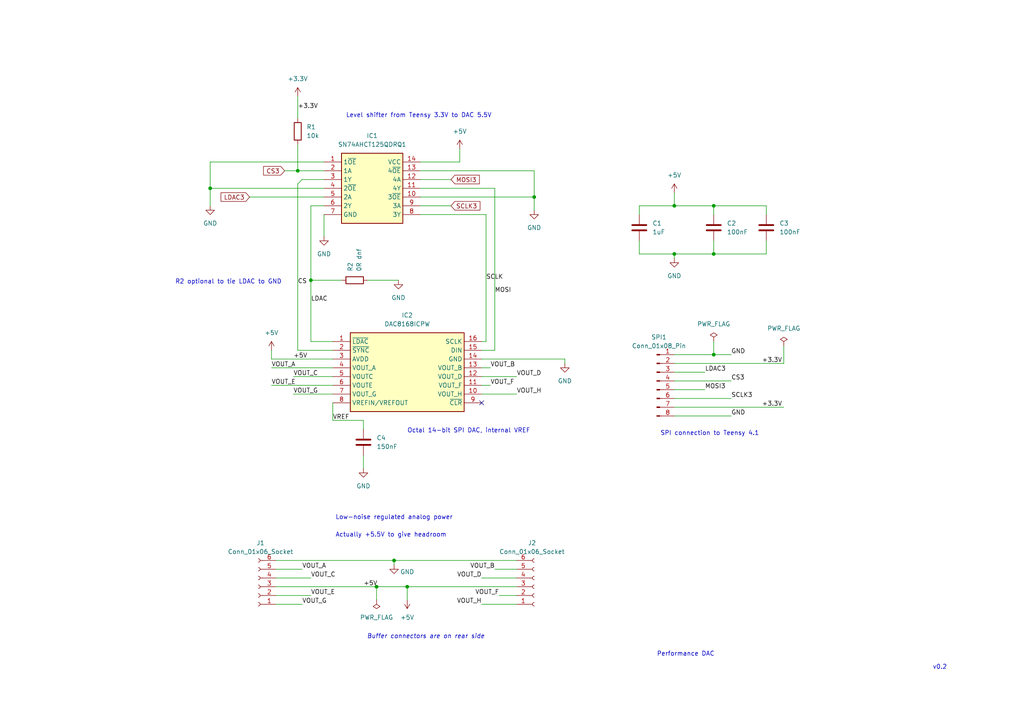
<source format=kicad_sch>
(kicad_sch (version 20231120) (generator "eeschema") (generator_version "8.0")
  (paper "A4")
  (lib_symbols
    (symbol "Connector:Conn_01x06_Socket" (pin_names (offset 1.016) hide)
      (property "Reference" "J" (at 0 7.62 0))
      (property "Value" "Conn_01x06_Socket" (at 0 -10.16 0))
      (symbol "Conn_01x06_Socket_1_1"
        (arc (start 0 -7.112) (mid -0.5058 -7.62) (end 0 -8.128) (stroke (width 0.1524)))
        (arc (start 0 -4.572) (mid -0.5058 -5.08) (end 0 -5.588) (stroke (width 0.1524)))
        (arc (start 0 -2.032) (mid -0.5058 -2.54) (end 0 -3.048) (stroke (width 0.1524)))
        (polyline (pts (xy -1.27 -7.62) (xy -0.508 -7.62)) (stroke (width 0.1524)))
        (polyline (pts (xy -1.27 -5.08) (xy -0.508 -5.08)) (stroke (width 0.1524)))
        (polyline (pts (xy -1.27 -2.54) (xy -0.508 -2.54)) (stroke (width 0.1524)))
        (polyline (pts (xy -1.27 0) (xy -0.508 0)) (stroke (width 0.1524)))
        (polyline (pts (xy -1.27 2.54) (xy -0.508 2.54)) (stroke (width 0.1524)))
        (polyline (pts (xy -1.27 5.08) (xy -0.508 5.08)) (stroke (width 0.1524)))
        (arc (start 0 0.508) (mid -0.5058 0) (end 0 -0.508) (stroke (width 0.1524)))
        (arc (start 0 3.048) (mid -0.5058 2.54) (end 0 2.032) (stroke (width 0.1524)))
        (arc (start 0 5.588) (mid -0.5058 5.08) (end 0 4.572) (stroke (width 0.1524)))
        (pin passive line (at -5.08 5.08 0) (length 3.81) (name "Pin_1") (number "1"))
        (pin passive line (at -5.08 2.54 0) (length 3.81) (name "Pin_2") (number "2"))
        (pin passive line (at -5.08 0 0) (length 3.81) (name "Pin_3") (number "3"))
        (pin passive line (at -5.08 -2.54 0) (length 3.81) (name "Pin_4") (number "4"))
        (pin passive line (at -5.08 -5.08 0) (length 3.81) (name "Pin_5") (number "5"))
        (pin passive line (at -5.08 -7.62 0) (length 3.81) (name "Pin_6") (number "6"))
      )
    )
    (symbol "Connector:Conn_01x08_Pin" (pin_names (offset 1.016) hide)
      (property "Reference" "J" (at 0 10.16 0))
      (property "Value" "Conn_01x08_Pin" (at 0 -12.7 0))
      (symbol "Conn_01x08_Pin_1_1"
        (polyline (pts (xy 1.27 -10.16) (xy 0.8636 -10.16)) (stroke (width 0.1524)))
        (polyline (pts (xy 1.27 -7.62) (xy 0.8636 -7.62)) (stroke (width 0.1524)))
        (polyline (pts (xy 1.27 -5.08) (xy 0.8636 -5.08)) (stroke (width 0.1524)))
        (polyline (pts (xy 1.27 -2.54) (xy 0.8636 -2.54)) (stroke (width 0.1524)))
        (polyline (pts (xy 1.27 0) (xy 0.8636 0)) (stroke (width 0.1524)))
        (polyline (pts (xy 1.27 2.54) (xy 0.8636 2.54)) (stroke (width 0.1524)))
        (polyline (pts (xy 1.27 5.08) (xy 0.8636 5.08)) (stroke (width 0.1524)))
        (polyline (pts (xy 1.27 7.62) (xy 0.8636 7.62)) (stroke (width 0.1524)))
        (rectangle (start 0.8636 -10.033) (end 0 -10.287) (stroke (width 0.1524)) (fill (type outline)))
        (rectangle (start 0.8636 -7.493) (end 0 -7.747) (stroke (width 0.1524)) (fill (type outline)))
        (rectangle (start 0.8636 -4.953) (end 0 -5.207) (stroke (width 0.1524)) (fill (type outline)))
        (rectangle (start 0.8636 -2.413) (end 0 -2.667) (stroke (width 0.1524)) (fill (type outline)))
        (rectangle (start 0.8636 0.127) (end 0 -0.127) (stroke (width 0.1524)) (fill (type outline)))
        (rectangle (start 0.8636 2.667) (end 0 2.413) (stroke (width 0.1524)) (fill (type outline)))
        (rectangle (start 0.8636 5.207) (end 0 4.953) (stroke (width 0.1524)) (fill (type outline)))
        (rectangle (start 0.8636 7.747) (end 0 7.493) (stroke (width 0.1524)) (fill (type outline)))
        (pin passive line (at 5.08 7.62 180) (length 3.81) (name "Pin_1") (number "1"))
        (pin passive line (at 5.08 5.08 180) (length 3.81) (name "Pin_2") (number "2"))
        (pin passive line (at 5.08 2.54 180) (length 3.81) (name "Pin_3") (number "3"))
        (pin passive line (at 5.08 0 180) (length 3.81) (name "Pin_4") (number "4"))
        (pin passive line (at 5.08 -2.54 180) (length 3.81) (name "Pin_5") (number "5"))
        (pin passive line (at 5.08 -5.08 180) (length 3.81) (name "Pin_6") (number "6"))
        (pin passive line (at 5.08 -7.62 180) (length 3.81) (name "Pin_7") (number "7"))
        (pin passive line (at 5.08 -10.16 180) (length 3.81) (name "Pin_8") (number "8"))
      )
    )
    (symbol "Device:C" (pin_numbers hide) (pin_names (offset 0.254))
      (property "Reference" "C" (at 0.635 2.54 0))
      (property "Value" "C" (at 0.635 -2.54 0))
      (symbol "C_0_1"
        (polyline (pts (xy -2.032 -0.762) (xy 2.032 -0.762)) (stroke (width 0.508)))
        (polyline (pts (xy -2.032 0.762) (xy 2.032 0.762)) (stroke (width 0.508)))
      )
      (symbol "C_1_1"
        (pin passive line (at 0 3.81 270) (length 2.794) (name "~") (number "1"))
        (pin passive line (at 0 -3.81 90) (length 2.794) (name "~") (number "2"))
      )
    )
    (symbol "Device:R" (pin_numbers hide) (pin_names (offset 0))
      (property "Reference" "R" (at 2.032 0 90))
      (property "Value" "R" (at 0 0 90))
      (symbol "R_0_1"
        (rectangle (start -1.016 -2.54) (end 1.016 2.54) (stroke (width 0.254)))
      )
      (symbol "R_1_1"
        (pin passive line (at 0 3.81 270) (length 1.27) (name "~") (number "1"))
        (pin passive line (at 0 -3.81 90) (length 1.27) (name "~") (number "2"))
      )
    )
    (symbol "SamacSys_Parts:DAC8168ICPW"
      (property "Reference" "IC" (at 39.37 7.62 0))
      (property "Value" "DAC8168ICPW" (at 39.37 5.08 0))
      (symbol "DAC8168ICPW_1_1"
        (rectangle (start 5.08 2.54) (end 38.1 -20.32) (stroke (width 0.254)) (fill (type background)))
        (pin passive line (at 0 0 0) (length 5.08) (name "~{LDAC}") (number "1"))
        (pin passive line (at 43.18 -15.24 180) (length 5.08) (name "VOUT_H") (number "10"))
        (pin passive line (at 43.18 -12.7 180) (length 5.08) (name "VOUT_F") (number "11"))
        (pin passive line (at 43.18 -10.16 180) (length 5.08) (name "VOUT_D") (number "12"))
        (pin passive line (at 43.18 -7.62 180) (length 5.08) (name "VOUT_B") (number "13"))
        (pin passive line (at 43.18 -5.08 180) (length 5.08) (name "GND") (number "14"))
        (pin passive line (at 43.18 -2.54 180) (length 5.08) (name "DIN") (number "15"))
        (pin passive line (at 43.18 0 180) (length 5.08) (name "SCLK") (number "16"))
        (pin passive line (at 0 -2.54 0) (length 5.08) (name "~{SYNC}") (number "2"))
        (pin passive line (at 0 -5.08 0) (length 5.08) (name "AVDD") (number "3"))
        (pin passive line (at 0 -7.62 0) (length 5.08) (name "VOUT_A") (number "4"))
        (pin passive line (at 0 -10.16 0) (length 5.08) (name "VOUTC") (number "5"))
        (pin passive line (at 0 -12.7 0) (length 5.08) (name "VOUTE") (number "6"))
        (pin passive line (at 0 -15.24 0) (length 5.08) (name "VOUT_G") (number "7"))
        (pin passive line (at 0 -17.78 0) (length 5.08) (name "VREFIN/VREFOUT") (number "8"))
        (pin passive line (at 43.18 -17.78 180) (length 5.08) (name "~{CLR}") (number "9"))
      )
    )
    (symbol "SamacSys_Parts:SN74AHCT125QDRQ1"
      (property "Reference" "IC" (at 24.13 7.62 0))
      (property "Value" "SN74AHCT125QDRQ1" (at 24.13 5.08 0))
      (symbol "SN74AHCT125QDRQ1_1_1"
        (rectangle (start 5.08 2.54) (end 22.86 -17.78) (stroke (width 0.254)) (fill (type background)))
        (pin passive line (at 0 0 0) (length 5.08) (name "1~{OE}") (number "1"))
        (pin passive line (at 27.94 -10.16 180) (length 5.08) (name "3~{OE}") (number "10"))
        (pin passive line (at 27.94 -7.62 180) (length 5.08) (name "4Y") (number "11"))
        (pin passive line (at 27.94 -5.08 180) (length 5.08) (name "4A") (number "12"))
        (pin passive line (at 27.94 -2.54 180) (length 5.08) (name "4~{OE}") (number "13"))
        (pin passive line (at 27.94 0 180) (length 5.08) (name "VCC") (number "14"))
        (pin passive line (at 0 -2.54 0) (length 5.08) (name "1A") (number "2"))
        (pin passive line (at 0 -5.08 0) (length 5.08) (name "1Y") (number "3"))
        (pin passive line (at 0 -7.62 0) (length 5.08) (name "2~{OE}") (number "4"))
        (pin passive line (at 0 -10.16 0) (length 5.08) (name "2A") (number "5"))
        (pin passive line (at 0 -12.7 0) (length 5.08) (name "2Y") (number "6"))
        (pin passive line (at 0 -15.24 0) (length 5.08) (name "GND") (number "7"))
        (pin passive line (at 27.94 -15.24 180) (length 5.08) (name "3Y") (number "8"))
        (pin passive line (at 27.94 -12.7 180) (length 5.08) (name "3A") (number "9"))
      )
    )
    (symbol "power:+3.3V" (power) (pin_names (offset 0))
      (property "Value" "+3.3V" (at 0 3.556 0))
      (symbol "+3.3V_0_1"
        (polyline (pts (xy -0.762 1.27) (xy 0 2.54)))
        (polyline (pts (xy 0 0) (xy 0 2.54)))
        (polyline (pts (xy 0 2.54) (xy 0.762 1.27)))
      )
      (symbol "+3.3V_1_1"
        (pin power_in line (at 0 0 90) (length 0) hide (name "+3.3V") (number "1"))
      )
    )
    (symbol "power:+5V" (power) (pin_names (offset 0))
      (property "Value" "+5V" (at 0 3.556 0))
      (symbol "+5V_0_1"
        (polyline (pts (xy -0.762 1.27) (xy 0 2.54)))
        (polyline (pts (xy 0 0) (xy 0 2.54)))
        (polyline (pts (xy 0 2.54) (xy 0.762 1.27)))
      )
      (symbol "+5V_1_1"
        (pin power_in line (at 0 0 90) (length 0) hide (name "+5V") (number "1"))
      )
    )
    (symbol "power:GND" (power) (pin_names (offset 0))
      (property "Value" "GND" (at 0 -3.81 0))
      (symbol "GND_0_1"
        (polyline (pts (xy 0 0) (xy 0 -1.27) (xy 1.27 -1.27) (xy 0 -2.54) (xy -1.27 -1.27) (xy 0 -1.27)))
      )
      (symbol "GND_1_1"
        (pin power_in line (at 0 0 270) (length 0) hide (name "GND") (number "1"))
      )
    )
    (symbol "power:PWR_FLAG" (power) (pin_numbers hide) (pin_names (offset 0) hide)
      (property "Value" "PWR_FLAG" (at 0 3.81 0))
      (symbol "PWR_FLAG_0_0"
        (pin power_out line (at 0 0 90) (length 0) (name "pwr") (number "1"))
      )
      (symbol "PWR_FLAG_0_1"
        (polyline (pts (xy 0 0) (xy 0 1.27) (xy -1.016 1.905) (xy 0 2.54) (xy 1.016 1.905) (xy 0 1.27)))
      )
    )
  )
  (junction (at 60.96 54.61))
  (junction (at 90.17 81.28))
  (junction (at 109.22 170.18))
  (junction (at 195.58 73.66))
  (junction (at 195.58 59.69))
  (junction (at 114.3 162.56))
  (junction (at 207.01 73.66))
  (junction (at 86.36 49.53))
  (junction (at 154.94 57.15))
  (junction (at 207.01 59.69))
  (junction (at 207.01 102.87))
  (junction (at 118.11 170.18))
  (no_connect (at 139.7 116.84))
  (wire (pts (xy 195.58 107.95) (xy 204.47 107.95)))
  (wire (pts (xy 86.36 101.6) (xy 96.52 101.6)))
  (wire (pts (xy 86.36 101.6) (xy 86.36 53.34)))
  (wire (pts (xy 90.17 81.28) (xy 90.17 99.06)))
  (wire (pts (xy 139.7 104.14) (xy 163.83 104.14)))
  (wire (pts (xy 195.58 73.66) (xy 207.01 73.66)))
  (wire (pts (xy 86.36 53.34) (xy 87.63 52.07)))
  (wire (pts (xy 106.68 81.28) (xy 115.57 81.28)))
  (wire (pts (xy 207.01 69.85) (xy 207.01 73.66)))
  (wire (pts (xy 207.01 99.06) (xy 207.01 102.87)))
  (wire (pts (xy 139.7 101.6) (xy 143.51 101.6)))
  (wire (pts (xy 85.09 109.22) (xy 96.52 109.22)))
  (wire (pts (xy 139.7 167.64) (xy 149.86 167.64)))
  (wire (pts (xy 93.98 62.23) (xy 93.98 68.58)))
  (wire (pts (xy 78.74 101.6) (xy 78.74 104.14)))
  (wire (pts (xy 195.58 115.57) (xy 212.09 115.57)))
  (wire (pts (xy 121.92 49.53) (xy 154.94 49.53)))
  (wire (pts (xy 60.96 54.61) (xy 93.98 54.61)))
  (wire (pts (xy 90.17 172.72) (xy 80.01 172.72)))
  (wire (pts (xy 195.58 73.66) (xy 195.58 74.93)))
  (wire (pts (xy 82.55 49.53) (xy 86.36 49.53)))
  (wire (pts (xy 139.7 106.68) (xy 142.24 106.68)))
  (wire (pts (xy 185.42 73.66) (xy 195.58 73.66)))
  (wire (pts (xy 222.25 69.85) (xy 222.25 73.66)))
  (wire (pts (xy 222.25 59.69) (xy 222.25 62.23)))
  (wire (pts (xy 96.52 121.92) (xy 105.41 121.92)))
  (wire (pts (xy 105.41 132.08) (xy 105.41 135.89)))
  (wire (pts (xy 195.58 105.41) (xy 227.33 105.41)))
  (wire (pts (xy 87.63 52.07) (xy 93.98 52.07)))
  (wire (pts (xy 185.42 59.69) (xy 195.58 59.69)))
  (wire (pts (xy 195.58 118.11) (xy 227.33 118.11)))
  (wire (pts (xy 121.92 62.23) (xy 140.97 62.23)))
  (wire (pts (xy 133.35 43.18) (xy 133.35 46.99)))
  (wire (pts (xy 195.58 59.69) (xy 207.01 59.69)))
  (wire (pts (xy 78.74 111.76) (xy 96.52 111.76)))
  (wire (pts (xy 78.74 104.14) (xy 96.52 104.14)))
  (wire (pts (xy 60.96 54.61) (xy 60.96 59.69)))
  (wire (pts (xy 143.51 54.61) (xy 143.51 101.6)))
  (wire (pts (xy 87.63 165.1) (xy 80.01 165.1)))
  (wire (pts (xy 90.17 99.06) (xy 96.52 99.06)))
  (wire (pts (xy 114.3 162.56) (xy 149.86 162.56)))
  (wire (pts (xy 143.51 165.1) (xy 149.86 165.1)))
  (wire (pts (xy 139.7 175.26) (xy 149.86 175.26)))
  (wire (pts (xy 195.58 120.65) (xy 212.09 120.65)))
  (wire (pts (xy 118.11 173.99) (xy 118.11 170.18)))
  (wire (pts (xy 121.92 54.61) (xy 143.51 54.61)))
  (wire (pts (xy 109.22 173.99) (xy 109.22 170.18)))
  (wire (pts (xy 118.11 170.18) (xy 149.86 170.18)))
  (wire (pts (xy 207.01 59.69) (xy 207.01 62.23)))
  (wire (pts (xy 195.58 102.87) (xy 207.01 102.87)))
  (wire (pts (xy 139.7 114.3) (xy 149.86 114.3)))
  (wire (pts (xy 154.94 49.53) (xy 154.94 57.15)))
  (wire (pts (xy 121.92 46.99) (xy 133.35 46.99)))
  (wire (pts (xy 105.41 121.92) (xy 105.41 124.46)))
  (wire (pts (xy 90.17 59.69) (xy 93.98 59.69)))
  (wire (pts (xy 185.42 59.69) (xy 185.42 62.23)))
  (wire (pts (xy 140.97 62.23) (xy 140.97 99.06)))
  (wire (pts (xy 86.36 27.94) (xy 86.36 34.29)))
  (wire (pts (xy 163.83 104.14) (xy 163.83 105.41)))
  (wire (pts (xy 144.78 172.72) (xy 149.86 172.72)))
  (wire (pts (xy 90.17 59.69) (xy 90.17 81.28)))
  (wire (pts (xy 195.58 110.49) (xy 212.09 110.49)))
  (wire (pts (xy 154.94 57.15) (xy 154.94 60.96)))
  (wire (pts (xy 207.01 102.87) (xy 212.09 102.87)))
  (wire (pts (xy 60.96 46.99) (xy 60.96 54.61)))
  (wire (pts (xy 90.17 81.28) (xy 99.06 81.28)))
  (wire (pts (xy 96.52 116.84) (xy 96.52 121.92)))
  (wire (pts (xy 87.63 175.26) (xy 80.01 175.26)))
  (wire (pts (xy 114.3 162.56) (xy 114.3 163.83)))
  (wire (pts (xy 207.01 59.69) (xy 222.25 59.69)))
  (wire (pts (xy 195.58 113.03) (xy 204.47 113.03)))
  (wire (pts (xy 78.74 106.68) (xy 96.52 106.68)))
  (wire (pts (xy 109.22 170.18) (xy 118.11 170.18)))
  (wire (pts (xy 121.92 57.15) (xy 154.94 57.15)))
  (wire (pts (xy 80.01 170.18) (xy 109.22 170.18)))
  (wire (pts (xy 80.01 162.56) (xy 114.3 162.56)))
  (wire (pts (xy 72.39 57.15) (xy 93.98 57.15)))
  (wire (pts (xy 195.58 55.88) (xy 195.58 59.69)))
  (wire (pts (xy 139.7 111.76) (xy 142.24 111.76)))
  (wire (pts (xy 139.7 109.22) (xy 149.86 109.22)))
  (wire (pts (xy 185.42 69.85) (xy 185.42 73.66)))
  (wire (pts (xy 90.17 167.64) (xy 80.01 167.64)))
  (wire (pts (xy 207.01 73.66) (xy 222.25 73.66)))
  (wire (pts (xy 60.96 46.99) (xy 93.98 46.99)))
  (wire (pts (xy 86.36 49.53) (xy 93.98 49.53)))
  (wire (pts (xy 121.92 52.07) (xy 130.81 52.07)))
  (wire (pts (xy 227.33 100.33) (xy 227.33 105.41)))
  (wire (pts (xy 85.09 114.3) (xy 96.52 114.3)))
  (wire (pts (xy 121.92 59.69) (xy 130.81 59.69)))
  (wire (pts (xy 86.36 41.91) (xy 86.36 49.53)))
  (wire (pts (xy 139.7 99.06) (xy 140.97 99.06)))
  (text "v0.2" (at 270.51 194.31 0) (effects (font (size 1.27 1.27)) (justify left bottom)))
  (text "Buffer connectors are on rear side" (at 106.426 185.42 0) (effects (font (size 1.27 1.27) (italic yes)) (justify left bottom)))
  (text "Octal 14-bit SPI DAC, internal VREF" (at 118.11 125.73 0) (effects (font (size 1.27 1.27)) (justify left bottom)))
  (text "Performance DAC" (at 190.5 190.5 0) (effects (font (size 1.27 1.27)) (justify left bottom)))
  (text "Actually +5.5V to give headroom" (at 97.282 155.956 0) (effects (font (size 1.27 1.27)) (justify left bottom)))
  (text "Level shifter from Teensy 3.3V to DAC 5.5V" (at 100.33 34.29 0) (effects (font (size 1.27 1.27)) (justify left bottom)))
  (text "R2 optional to tie LDAC to GND" (at 50.8 82.55 0) (effects (font (size 1.27 1.27)) (justify left bottom)))
  (text "SPI connection to Teensy 4.1" (at 191.516 126.492 0) (effects (font (size 1.27 1.27)) (justify left bottom)))
  (text "Low-noise regulated analog power" (at 97.282 150.876 0) (effects (font (size 1.27 1.27)) (justify left bottom)))
  (label "VOUT_G" (at 85.09 114.3 0))
  (label "VOUT_C" (at 90.17 167.64 0))
  (label "MOSI3" (at 204.47 113.03 0))
  (label "MOSI" (at 143.51 85.09 0))
  (label "VOUT_H" (at 149.86 114.3 0))
  (label "VOUT_B" (at 143.51 165.1 180))
  (label "CS3" (at 212.09 110.49 0))
  (label "VOUT_G" (at 87.63 175.26 0))
  (label "GND" (at 212.09 120.65 0))
  (label "LDAC" (at 90.17 87.63 0))
  (label "VOUT_E" (at 90.17 172.72 0))
  (label "SCLK" (at 140.97 81.28 0))
  (label "CS" (at 86.36 82.55 0))
  (label "+3.3V" (at 86.36 31.75 0))
  (label "VOUT_A" (at 87.63 165.1 0))
  (label "VOUT_C" (at 85.09 109.22 0))
  (label "+3.3V" (at 220.98 118.11 0))
  (label "VOUT_D" (at 149.86 109.22 0))
  (label "VOUT_A" (at 78.74 106.68 0))
  (label "VOUT_F" (at 142.24 111.76 0))
  (label "VREF" (at 96.52 121.92 0))
  (label "VOUT_E" (at 78.74 111.76 0))
  (label "VOUT_F" (at 144.78 172.72 180))
  (label "+5V" (at 105.41 170.18 0))
  (label "VOUT_B" (at 142.24 106.68 0))
  (label "VOUT_H" (at 139.7 175.26 180))
  (label "LDAC3" (at 204.47 107.95 0))
  (label "+5V" (at 85.09 104.14 0))
  (label "+3.3V" (at 220.98 105.41 0))
  (label "GND" (at 212.09 102.87 0))
  (label "SCLK3" (at 212.09 115.57 0))
  (label "VOUT_D" (at 139.7 167.64 180))
  (global_label "CS3" (shape input) (at 82.55 49.53 180) (property "Intersheetrefs" "${INTERSHEET_REFS}" (effects (hide yes))))
  (global_label "SCLK3" (shape input) (at 130.81 59.69 0) (property "Intersheetrefs" "${INTERSHEET_REFS}" (effects (hide yes))))
  (global_label "LDAC3" (shape input) (at 72.39 57.15 180) (property "Intersheetrefs" "${INTERSHEET_REFS}" (effects (hide yes))))
  (global_label "MOSI3" (shape input) (at 130.81 52.07 0) (property "Intersheetrefs" "${INTERSHEET_REFS}" (effects (hide yes))))
  (symbol (lib_id "power:+5V") (at 78.74 101.6 0) (unit 1)
    (property "Reference" "#PWR06" (effects (hide yes)))
    (property "Value" "+5V" (at 78.74 96.52 0))
  )
  (symbol (lib_id "power:GND") (at 105.41 135.89 0) (unit 1)
    (property "Reference" "#PWR011" (effects (hide yes)))
    (property "Value" "GND" (at 105.41 140.97 0))
  )
  (symbol (lib_id "power:+5V") (at 133.35 43.18 0) (unit 1)
    (property "Reference" "#PWR07" (effects (hide yes)))
    (property "Value" "+5V" (at 133.35 38.1 0))
  )
  (symbol (lib_id "power:+3.3V") (at 86.36 27.94 0) (unit 1)
    (property "Reference" "#PWR08" (effects (hide yes)))
    (property "Value" "+3.3V" (at 86.36 22.86 0))
  )
  (symbol (lib_id "power:+5V") (at 195.58 55.88 0) (unit 1)
    (property "Reference" "#PWR01" (effects (hide yes)))
    (property "Value" "+5V" (at 195.58 50.8 0))
  )
  (symbol (lib_id "power:GND") (at 163.83 105.41 0) (unit 1)
    (property "Reference" "#PWR05" (effects (hide yes)))
    (property "Value" "GND" (at 163.83 110.49 0))
  )
  (symbol (lib_id "power:GND") (at 60.96 59.69 0) (unit 1)
    (property "Reference" "#PWR03" (effects (hide yes)))
    (property "Value" "GND" (at 60.96 64.77 0))
  )
  (symbol (lib_id "Device:C") (at 105.41 128.27 0) (unit 1)
    (property "Reference" "C4" (at 109.22 127 0) (effects (justify left)))
    (property "Value" "150nF" (at 109.22 129.54 0) (effects (justify left)))
    (property "Footprint" "Capacitor_SMD:C_1206_3216Metric_Pad1.33x1.80mm_HandSolder" (effects (hide yes)))
  )
  (symbol (lib_id "power:PWR_FLAG") (at 207.01 99.06 0) (unit 1)
    (property "Reference" "#FLG05" (effects (hide yes)))
    (property "Value" "PWR_FLAG" (at 207.01 93.98 0))
  )
  (symbol (lib_id "power:PWR_FLAG") (at 109.22 173.99 0) (mirror x) (unit 1)
    (property "Reference" "#FLG03" (effects (hide yes)))
    (property "Value" "PWR_FLAG" (at 109.22 179.07 0))
  )
  (symbol (lib_id "power:GND") (at 195.58 74.93 0) (unit 1)
    (property "Reference" "#PWR02" (effects (hide yes)))
    (property "Value" "GND" (at 195.58 80.01 0))
  )
  (symbol (lib_id "Device:C") (at 222.25 66.04 0) (unit 1)
    (property "Reference" "C3" (at 226.06 64.77 0) (effects (justify left)))
    (property "Value" "100nF" (at 226.06 67.31 0) (effects (justify left)))
    (property "Footprint" "Capacitor_SMD:C_1206_3216Metric_Pad1.33x1.80mm_HandSolder" (effects (hide yes)))
  )
  (symbol (lib_id "Device:C") (at 207.01 66.04 0) (unit 1)
    (property "Reference" "C2" (at 210.82 64.77 0) (effects (justify left)))
    (property "Value" "100nF" (at 210.82 67.31 0) (effects (justify left)))
    (property "Footprint" "Capacitor_SMD:C_1206_3216Metric_Pad1.33x1.80mm_HandSolder" (effects (hide yes)))
  )
  (symbol (lib_id "Device:R") (at 102.87 81.28 90) (unit 1)
    (property "Reference" "R2" (at 101.6 78.74 0) (effects (justify left)))
    (property "Value" "0R dnf" (at 104.14 78.74 0) (effects (justify left)))
    (property "Footprint" "Resistor_SMD:R_0805_2012Metric_Pad1.20x1.40mm_HandSolder" (effects (hide yes)))
  )
  (symbol (lib_id "power:GND") (at 154.94 60.96 0) (unit 1)
    (property "Reference" "#PWR04" (effects (hide yes)))
    (property "Value" "GND" (at 154.94 66.04 0))
  )
  (symbol (lib_id "SamacSys_Parts:SN74AHCT125QDRQ1") (at 93.98 46.99 0) (unit 1)
    (property "Reference" "IC1" (at 107.95 39.37 0))
    (property "Value" "SN74AHCT125QDRQ1" (at 107.95 41.91 0))
    (property "Footprint" "Package_SO:SOIC-14_3.9x8.7mm_P1.27mm" (effects (hide yes)))
    (property "Datasheet" "http://www.ti.com/lit/gpn/sn74ahct125-q1" (effects (hide yes)))
    (property "Height" "1.75" (effects (hide yes)))
    (property "Mouser Part Number" "595-SN74AHCT125QDRQ1" (effects (hide yes)))
    (property "Mouser Price/Stock" "https://www.mouser.co.uk/ProductDetail/Texas-Instruments/SN74AHCT125QDRQ1?qs=zhgwDAIOVxtE5BLiD9k5oQ%3D%3D" (effects (hide yes)))
    (property "Manufacturer_Name" "Texas Instruments" (effects (hide yes)))
    (property "Manufacturer_Part_Number" "SN74AHCT125QDRQ1" (effects (hide yes)))
  )
  (symbol (lib_id "Connector:Conn_01x06_Socket") (at 154.94 170.18 0) (mirror x) (unit 1)
    (property "Reference" "J2" (at 154.305 157.48 0))
    (property "Value" "Conn_01x06_Socket" (at 154.305 160.02 0))
    (property "Footprint" "Connector_PinSocket_2.54mm:PinSocket_1x06_P2.54mm_Vertical" (effects (hide yes)))
    (property "Description" "Generic connector, single row, 01x06, script generated" (effects (hide yes)))
  )
  (symbol (lib_id "Connector:Conn_01x08_Pin") (at 190.5 110.49 0) (unit 1)
    (property "Reference" "SPI1" (at 191.135 97.79 0))
    (property "Value" "Conn_01x08_Pin" (at 191.135 100.33 0))
    (property "Footprint" "Connector_PinHeader_2.54mm:PinHeader_1x08_P2.54mm_Vertical" (effects (hide yes)))
  )
  (symbol (lib_id "power:GND") (at 115.57 81.28 0) (unit 1)
    (property "Reference" "#PWR09" (effects (hide yes)))
    (property "Value" "GND" (at 115.57 86.36 0))
  )
  (symbol (lib_id "power:+5V") (at 118.11 173.99 0) (mirror x) (unit 1)
    (property "Reference" "#PWR016" (effects (hide yes)))
    (property "Value" "+5V" (at 118.11 179.07 0))
  )
  (symbol (lib_id "Device:C") (at 185.42 66.04 0) (unit 1)
    (property "Reference" "C1" (at 189.23 64.77 0) (effects (justify left)))
    (property "Value" "1uF" (at 189.23 67.31 0) (effects (justify left)))
    (property "Footprint" "Capacitor_SMD:C_1206_3216Metric_Pad1.33x1.80mm_HandSolder" (effects (hide yes)))
  )
  (symbol (lib_id "SamacSys_Parts:DAC8168ICPW") (at 96.52 99.06 0) (unit 1)
    (property "Reference" "IC2" (at 118.11 91.44 0))
    (property "Value" "DAC8168ICPW" (at 118.11 93.98 0))
    (property "Footprint" "Package_SO:TSSOP-16_4.4x5mm_P0.65mm" (effects (hide yes)))
    (property "Datasheet" "http://www.ti.com/lit/ds/symlink/dac8168.pdf" (effects (hide yes)))
    (property "Height" "1.2" (effects (hide yes)))
    (property "Mouser Part Number" "595-DAC8168ICPW" (effects (hide yes)))
    (property "Mouser Price/Stock" "https://www.mouser.co.uk/ProductDetail/Texas-Instruments/DAC8168ICPW?qs=JxdSYA%2FPj%252BHL093OalSUrQ%3D%3D" (effects (hide yes)))
    (property "Manufacturer_Name" "Texas Instruments" (effects (hide yes)))
    (property "Manufacturer_Part_Number" "DAC8168ICPW" (effects (hide yes)))
  )
  (symbol (lib_id "Device:R") (at 86.36 38.1 0) (unit 1)
    (property "Reference" "R1" (at 88.9 36.83 0) (effects (justify left)))
    (property "Value" "10k" (at 88.9 39.37 0) (effects (justify left)))
    (property "Footprint" "Resistor_SMD:R_0805_2012Metric_Pad1.20x1.40mm_HandSolder" (effects (hide yes)))
  )
  (symbol (lib_id "power:PWR_FLAG") (at 227.33 100.33 0) (unit 1)
    (property "Reference" "#FLG01" (effects (hide yes)))
    (property "Value" "PWR_FLAG" (at 227.33 95.25 0))
  )
  (symbol (lib_id "power:GND") (at 93.98 68.58 0) (unit 1)
    (property "Reference" "#PWR010" (effects (hide yes)))
    (property "Value" "GND" (at 93.98 73.66 0))
  )
  (symbol (lib_id "power:GND") (at 114.3 163.83 0) (unit 1)
    (property "Reference" "#PWR012" (effects (hide yes)))
    (property "Value" "GND" (at 118.11 165.862 0))
  )
  (symbol (lib_id "Connector:Conn_01x06_Socket") (at 74.93 170.18 180) (unit 1)
    (property "Reference" "J1" (at 75.565 157.48 0))
    (property "Value" "Conn_01x06_Socket" (at 75.565 160.02 0))
    (property "Footprint" "Connector_PinSocket_2.54mm:PinSocket_1x06_P2.54mm_Vertical" (effects (hide yes)))
    (property "Description" "Generic connector, single row, 01x06, script generated" (effects (hide yes)))
  )
)
</source>
